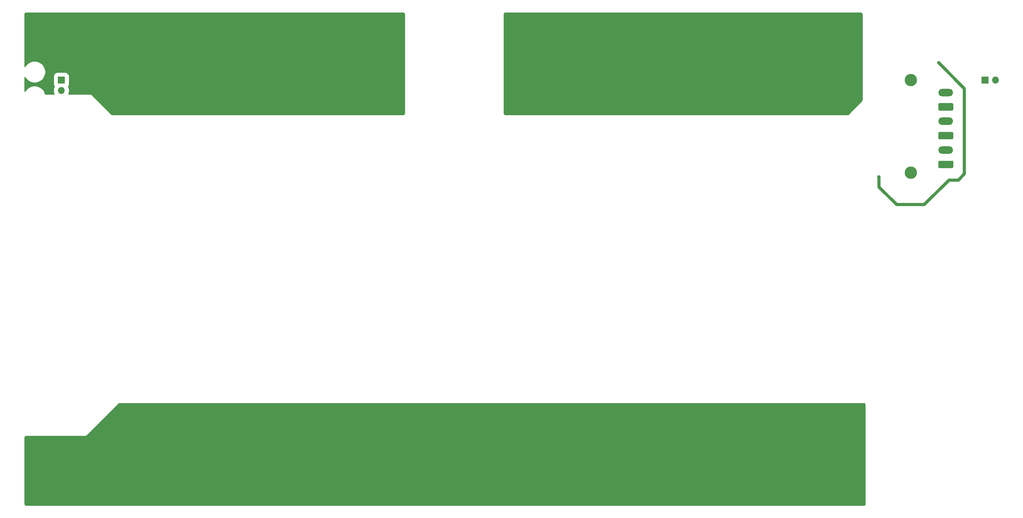
<source format=gtl>
%TF.GenerationSoftware,KiCad,Pcbnew,(5.1.9-0-10_14)*%
%TF.CreationDate,2022-12-08T20:25:56-05:00*%
%TF.ProjectId,5AhG3-12S,35416847-332d-4313-9253-2e6b69636164,rev?*%
%TF.SameCoordinates,Original*%
%TF.FileFunction,Copper,L1,Top*%
%TF.FilePolarity,Positive*%
%FSLAX46Y46*%
G04 Gerber Fmt 4.6, Leading zero omitted, Abs format (unit mm)*
G04 Created by KiCad (PCBNEW (5.1.9-0-10_14)) date 2022-12-08 20:25:56*
%MOMM*%
%LPD*%
G01*
G04 APERTURE LIST*
%TA.AperFunction,ComponentPad*%
%ADD10C,3.000000*%
%TD*%
%TA.AperFunction,ComponentPad*%
%ADD11R,1.700000X1.700000*%
%TD*%
%TA.AperFunction,ComponentPad*%
%ADD12O,1.700000X1.700000*%
%TD*%
%TA.AperFunction,ComponentPad*%
%ADD13O,3.600000X1.800000*%
%TD*%
%TA.AperFunction,ViaPad*%
%ADD14C,0.800000*%
%TD*%
%TA.AperFunction,Conductor*%
%ADD15C,1.500000*%
%TD*%
%TA.AperFunction,Conductor*%
%ADD16C,0.750000*%
%TD*%
%TA.AperFunction,NonConductor*%
%ADD17C,0.254000*%
%TD*%
%TA.AperFunction,NonConductor*%
%ADD18C,0.100000*%
%TD*%
G04 APERTURE END LIST*
D10*
%TO.P,F1,1*%
%TO.N,/HVDC_POS*%
X290500000Y-92500000D03*
%TO.P,F1,2*%
%TO.N,/HVDC_POS_UNFUSED*%
X290500000Y-115000000D03*
%TD*%
D11*
%TO.P,J1,1*%
%TO.N,/GND_SAFE*%
X308500000Y-92500000D03*
D12*
%TO.P,J1,2*%
%TO.N,/GPIO*%
X311040000Y-92500000D03*
%TD*%
%TO.P,J2,1*%
%TO.N,/HVDC_NEG*%
%TA.AperFunction,ComponentPad*%
G36*
G01*
X300550000Y-106900000D02*
X297450000Y-106900000D01*
G75*
G02*
X297200000Y-106650000I0J250000D01*
G01*
X297200000Y-105350000D01*
G75*
G02*
X297450000Y-105100000I250000J0D01*
G01*
X300550000Y-105100000D01*
G75*
G02*
X300800000Y-105350000I0J-250000D01*
G01*
X300800000Y-106650000D01*
G75*
G02*
X300550000Y-106900000I-250000J0D01*
G01*
G37*
%TD.AperFunction*%
D13*
%TO.P,J2,2*%
%TO.N,/HVDC_POS_UNFUSED*%
X299000000Y-102500000D03*
%TD*%
D11*
%TO.P,J5,1*%
%TO.N,/TEMP_NEG*%
X84000000Y-92500000D03*
D12*
%TO.P,J5,2*%
%TO.N,/TEMP_POS*%
X84000000Y-95040000D03*
%TD*%
%TO.P,J3,1*%
%TO.N,/HVDC_POS*%
%TA.AperFunction,ComponentPad*%
G36*
G01*
X300550000Y-99900000D02*
X297450000Y-99900000D01*
G75*
G02*
X297200000Y-99650000I0J250000D01*
G01*
X297200000Y-98350000D01*
G75*
G02*
X297450000Y-98100000I250000J0D01*
G01*
X300550000Y-98100000D01*
G75*
G02*
X300800000Y-98350000I0J-250000D01*
G01*
X300800000Y-99650000D01*
G75*
G02*
X300550000Y-99900000I-250000J0D01*
G01*
G37*
%TD.AperFunction*%
D13*
%TO.P,J3,2*%
X299000000Y-95500000D03*
%TD*%
%TO.P,J4,2*%
%TO.N,/HVDC_NEG_SWITCHED*%
X299000000Y-109500000D03*
%TO.P,J4,1*%
%TA.AperFunction,ComponentPad*%
G36*
G01*
X300550000Y-113900000D02*
X297450000Y-113900000D01*
G75*
G02*
X297200000Y-113650000I0J250000D01*
G01*
X297200000Y-112350000D01*
G75*
G02*
X297450000Y-112100000I250000J0D01*
G01*
X300550000Y-112100000D01*
G75*
G02*
X300800000Y-112350000I0J-250000D01*
G01*
X300800000Y-113650000D01*
G75*
G02*
X300550000Y-113900000I-250000J0D01*
G01*
G37*
%TD.AperFunction*%
%TD*%
D14*
%TO.N,/Q1_GATE*%
X282750000Y-116000000D03*
X297250000Y-88250000D03*
%TD*%
D15*
%TO.N,/HVDC_POS*%
X291000000Y-92000000D02*
X290500000Y-92500000D01*
D16*
%TO.N,/Q1_GATE*%
X299750000Y-116750000D02*
X293750000Y-122750000D01*
X303500000Y-115250000D02*
X302000000Y-116750000D01*
X282750000Y-118500000D02*
X282750000Y-116000000D01*
X293750000Y-122750000D02*
X287000000Y-122750000D01*
X303500000Y-94500000D02*
X303500000Y-115250000D01*
X302000000Y-116750000D02*
X299750000Y-116750000D01*
X287000000Y-122750000D02*
X282750000Y-118500000D01*
X297250000Y-88250000D02*
X303500000Y-94500000D01*
%TD*%
D17*
X167096257Y-76140769D02*
X167185955Y-76177923D01*
X167262976Y-76237024D01*
X167322077Y-76314045D01*
X167359231Y-76403743D01*
X167373000Y-76508328D01*
X167373000Y-100491672D01*
X167359231Y-100596257D01*
X167322077Y-100685955D01*
X167262976Y-100762976D01*
X167185955Y-100822077D01*
X167096257Y-100859231D01*
X166991672Y-100873000D01*
X96465435Y-100873000D01*
X96360850Y-100859231D01*
X96271155Y-100822078D01*
X96187472Y-100757866D01*
X91486250Y-96056644D01*
X91473760Y-96045691D01*
X91370206Y-95966231D01*
X91341494Y-95949654D01*
X91220904Y-95899704D01*
X91188880Y-95891123D01*
X91059470Y-95874086D01*
X91042893Y-95873000D01*
X85794850Y-95873000D01*
X85901025Y-95616670D01*
X85977000Y-95234718D01*
X85977000Y-94845282D01*
X85901025Y-94463330D01*
X85751995Y-94103539D01*
X85723958Y-94061579D01*
X85791600Y-93979157D01*
X85896250Y-93783371D01*
X85960693Y-93570931D01*
X85982453Y-93350000D01*
X85982453Y-91650000D01*
X85960693Y-91429069D01*
X85896250Y-91216629D01*
X85791600Y-91020843D01*
X85650765Y-90849235D01*
X85479157Y-90708400D01*
X85283371Y-90603750D01*
X85070931Y-90539307D01*
X84850000Y-90517547D01*
X83150000Y-90517547D01*
X82929069Y-90539307D01*
X82716629Y-90603750D01*
X82520843Y-90708400D01*
X82349235Y-90849235D01*
X82208400Y-91020843D01*
X82103750Y-91216629D01*
X82039307Y-91429069D01*
X82017547Y-91650000D01*
X82017547Y-93350000D01*
X82039307Y-93570931D01*
X82103750Y-93783371D01*
X82208400Y-93979157D01*
X82276042Y-94061579D01*
X82248005Y-94103539D01*
X82098975Y-94463330D01*
X82023000Y-94845282D01*
X82023000Y-95234718D01*
X82098975Y-95616670D01*
X82205150Y-95873000D01*
X80086512Y-95873000D01*
X80056945Y-95724359D01*
X79856494Y-95240428D01*
X79565484Y-94804901D01*
X79195099Y-94434516D01*
X78759572Y-94143506D01*
X78275641Y-93943055D01*
X77761902Y-93840866D01*
X77238098Y-93840866D01*
X76724359Y-93943055D01*
X76240428Y-94143506D01*
X75804901Y-94434516D01*
X75434516Y-94804901D01*
X75152000Y-95227716D01*
X75152000Y-91772284D01*
X75434516Y-92195099D01*
X75804901Y-92565484D01*
X76240428Y-92856494D01*
X76724359Y-93056945D01*
X77238098Y-93159134D01*
X77761902Y-93159134D01*
X78275641Y-93056945D01*
X78759572Y-92856494D01*
X79195099Y-92565484D01*
X79565484Y-92195099D01*
X79856494Y-91759572D01*
X80056945Y-91275641D01*
X80159134Y-90761902D01*
X80159134Y-90238098D01*
X80056945Y-89724359D01*
X79856494Y-89240428D01*
X79565484Y-88804901D01*
X79195099Y-88434516D01*
X78759572Y-88143506D01*
X78275641Y-87943055D01*
X77761902Y-87840866D01*
X77238098Y-87840866D01*
X76724359Y-87943055D01*
X76240428Y-88143506D01*
X75804901Y-88434516D01*
X75434516Y-88804901D01*
X75152000Y-89227716D01*
X75152000Y-76376629D01*
X75177923Y-76314045D01*
X75237024Y-76237024D01*
X75314045Y-76177923D01*
X75403743Y-76140769D01*
X75508328Y-76127000D01*
X166991672Y-76127000D01*
X167096257Y-76140769D01*
%TA.AperFunction,NonConductor*%
D18*
G36*
X167096257Y-76140769D02*
G01*
X167185955Y-76177923D01*
X167262976Y-76237024D01*
X167322077Y-76314045D01*
X167359231Y-76403743D01*
X167373000Y-76508328D01*
X167373000Y-100491672D01*
X167359231Y-100596257D01*
X167322077Y-100685955D01*
X167262976Y-100762976D01*
X167185955Y-100822077D01*
X167096257Y-100859231D01*
X166991672Y-100873000D01*
X96465435Y-100873000D01*
X96360850Y-100859231D01*
X96271155Y-100822078D01*
X96187472Y-100757866D01*
X91486250Y-96056644D01*
X91473760Y-96045691D01*
X91370206Y-95966231D01*
X91341494Y-95949654D01*
X91220904Y-95899704D01*
X91188880Y-95891123D01*
X91059470Y-95874086D01*
X91042893Y-95873000D01*
X85794850Y-95873000D01*
X85901025Y-95616670D01*
X85977000Y-95234718D01*
X85977000Y-94845282D01*
X85901025Y-94463330D01*
X85751995Y-94103539D01*
X85723958Y-94061579D01*
X85791600Y-93979157D01*
X85896250Y-93783371D01*
X85960693Y-93570931D01*
X85982453Y-93350000D01*
X85982453Y-91650000D01*
X85960693Y-91429069D01*
X85896250Y-91216629D01*
X85791600Y-91020843D01*
X85650765Y-90849235D01*
X85479157Y-90708400D01*
X85283371Y-90603750D01*
X85070931Y-90539307D01*
X84850000Y-90517547D01*
X83150000Y-90517547D01*
X82929069Y-90539307D01*
X82716629Y-90603750D01*
X82520843Y-90708400D01*
X82349235Y-90849235D01*
X82208400Y-91020843D01*
X82103750Y-91216629D01*
X82039307Y-91429069D01*
X82017547Y-91650000D01*
X82017547Y-93350000D01*
X82039307Y-93570931D01*
X82103750Y-93783371D01*
X82208400Y-93979157D01*
X82276042Y-94061579D01*
X82248005Y-94103539D01*
X82098975Y-94463330D01*
X82023000Y-94845282D01*
X82023000Y-95234718D01*
X82098975Y-95616670D01*
X82205150Y-95873000D01*
X80086512Y-95873000D01*
X80056945Y-95724359D01*
X79856494Y-95240428D01*
X79565484Y-94804901D01*
X79195099Y-94434516D01*
X78759572Y-94143506D01*
X78275641Y-93943055D01*
X77761902Y-93840866D01*
X77238098Y-93840866D01*
X76724359Y-93943055D01*
X76240428Y-94143506D01*
X75804901Y-94434516D01*
X75434516Y-94804901D01*
X75152000Y-95227716D01*
X75152000Y-91772284D01*
X75434516Y-92195099D01*
X75804901Y-92565484D01*
X76240428Y-92856494D01*
X76724359Y-93056945D01*
X77238098Y-93159134D01*
X77761902Y-93159134D01*
X78275641Y-93056945D01*
X78759572Y-92856494D01*
X79195099Y-92565484D01*
X79565484Y-92195099D01*
X79856494Y-91759572D01*
X80056945Y-91275641D01*
X80159134Y-90761902D01*
X80159134Y-90238098D01*
X80056945Y-89724359D01*
X79856494Y-89240428D01*
X79565484Y-88804901D01*
X79195099Y-88434516D01*
X78759572Y-88143506D01*
X78275641Y-87943055D01*
X77761902Y-87840866D01*
X77238098Y-87840866D01*
X76724359Y-87943055D01*
X76240428Y-88143506D01*
X75804901Y-88434516D01*
X75434516Y-88804901D01*
X75152000Y-89227716D01*
X75152000Y-76376629D01*
X75177923Y-76314045D01*
X75237024Y-76237024D01*
X75314045Y-76177923D01*
X75403743Y-76140769D01*
X75508328Y-76127000D01*
X166991672Y-76127000D01*
X167096257Y-76140769D01*
G37*
%TD.AperFunction*%
D17*
X278346257Y-76140769D02*
X278435955Y-76177923D01*
X278512976Y-76237024D01*
X278572077Y-76314045D01*
X278609231Y-76403743D01*
X278623000Y-76508328D01*
X278623000Y-97284565D01*
X278609231Y-97389150D01*
X278572078Y-97478845D01*
X278507866Y-97562528D01*
X275312528Y-100757866D01*
X275228845Y-100822078D01*
X275139150Y-100859231D01*
X275034565Y-100873000D01*
X192008328Y-100873000D01*
X191903743Y-100859231D01*
X191814045Y-100822077D01*
X191737024Y-100762976D01*
X191677923Y-100685955D01*
X191640769Y-100596257D01*
X191627000Y-100491672D01*
X191627000Y-76508328D01*
X191640769Y-76403743D01*
X191677923Y-76314045D01*
X191737024Y-76237024D01*
X191814045Y-76177923D01*
X191903743Y-76140769D01*
X192008328Y-76127000D01*
X278241672Y-76127000D01*
X278346257Y-76140769D01*
%TA.AperFunction,NonConductor*%
D18*
G36*
X278346257Y-76140769D02*
G01*
X278435955Y-76177923D01*
X278512976Y-76237024D01*
X278572077Y-76314045D01*
X278609231Y-76403743D01*
X278623000Y-76508328D01*
X278623000Y-97284565D01*
X278609231Y-97389150D01*
X278572078Y-97478845D01*
X278507866Y-97562528D01*
X275312528Y-100757866D01*
X275228845Y-100822078D01*
X275139150Y-100859231D01*
X275034565Y-100873000D01*
X192008328Y-100873000D01*
X191903743Y-100859231D01*
X191814045Y-100822077D01*
X191737024Y-100762976D01*
X191677923Y-100685955D01*
X191640769Y-100596257D01*
X191627000Y-100491672D01*
X191627000Y-76508328D01*
X191640769Y-76403743D01*
X191677923Y-76314045D01*
X191737024Y-76237024D01*
X191814045Y-76177923D01*
X191903743Y-76140769D01*
X192008328Y-76127000D01*
X278241672Y-76127000D01*
X278346257Y-76140769D01*
G37*
%TD.AperFunction*%
D17*
X279096257Y-171140769D02*
X279185955Y-171177923D01*
X279262976Y-171237024D01*
X279322077Y-171314045D01*
X279348001Y-171376630D01*
X279348001Y-195623369D01*
X279322077Y-195685955D01*
X279262976Y-195762976D01*
X279185955Y-195822077D01*
X279096257Y-195859231D01*
X278991672Y-195873000D01*
X75508328Y-195873000D01*
X75403743Y-195859231D01*
X75314045Y-195822077D01*
X75237024Y-195762976D01*
X75177923Y-195685955D01*
X75152000Y-195623371D01*
X75152000Y-179376629D01*
X75177923Y-179314045D01*
X75237024Y-179237024D01*
X75314045Y-179177923D01*
X75403743Y-179140769D01*
X75508328Y-179127000D01*
X89792893Y-179127000D01*
X89809470Y-179125914D01*
X89938880Y-179108877D01*
X89970904Y-179100296D01*
X90091494Y-179050346D01*
X90120206Y-179033769D01*
X90223760Y-178954309D01*
X90236250Y-178943356D01*
X97937472Y-171242134D01*
X98021155Y-171177922D01*
X98110850Y-171140769D01*
X98215435Y-171127000D01*
X278991672Y-171127000D01*
X279096257Y-171140769D01*
%TA.AperFunction,NonConductor*%
D18*
G36*
X279096257Y-171140769D02*
G01*
X279185955Y-171177923D01*
X279262976Y-171237024D01*
X279322077Y-171314045D01*
X279348001Y-171376630D01*
X279348001Y-195623369D01*
X279322077Y-195685955D01*
X279262976Y-195762976D01*
X279185955Y-195822077D01*
X279096257Y-195859231D01*
X278991672Y-195873000D01*
X75508328Y-195873000D01*
X75403743Y-195859231D01*
X75314045Y-195822077D01*
X75237024Y-195762976D01*
X75177923Y-195685955D01*
X75152000Y-195623371D01*
X75152000Y-179376629D01*
X75177923Y-179314045D01*
X75237024Y-179237024D01*
X75314045Y-179177923D01*
X75403743Y-179140769D01*
X75508328Y-179127000D01*
X89792893Y-179127000D01*
X89809470Y-179125914D01*
X89938880Y-179108877D01*
X89970904Y-179100296D01*
X90091494Y-179050346D01*
X90120206Y-179033769D01*
X90223760Y-178954309D01*
X90236250Y-178943356D01*
X97937472Y-171242134D01*
X98021155Y-171177922D01*
X98110850Y-171140769D01*
X98215435Y-171127000D01*
X278991672Y-171127000D01*
X279096257Y-171140769D01*
G37*
%TD.AperFunction*%
M02*

</source>
